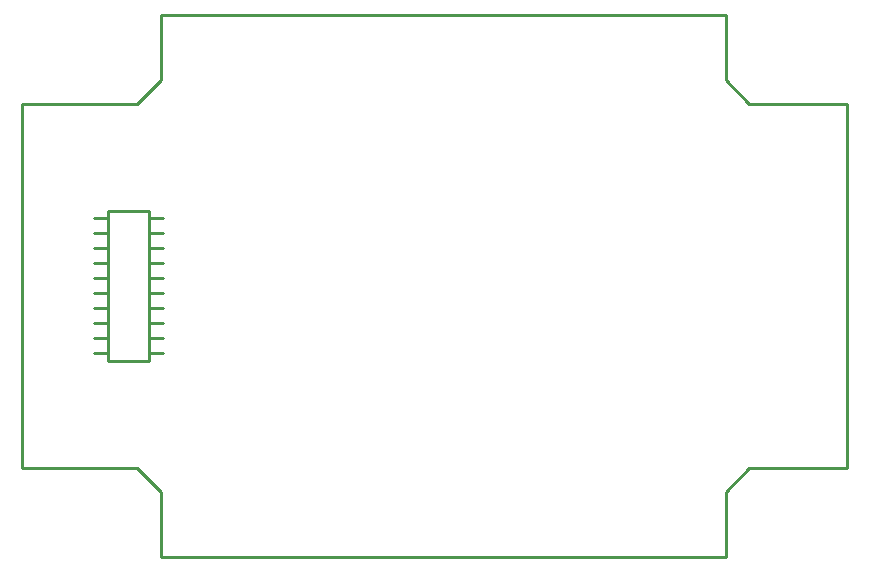
<source format=gm1>
G04 Layer_Color=16711935*
%FSLAX25Y25*%
%MOIN*%
G70*
G01*
G75*
%ADD11C,0.01000*%
D11*
X24004Y-17500D02*
X28748D01*
X24004Y-22500D02*
X28748D01*
X42252Y-17500D02*
X46996D01*
X42252Y-22500D02*
X46996D01*
X42252Y-12500D02*
X46996D01*
X42252Y-7500D02*
X46996D01*
X42252Y-2500D02*
X46996D01*
X42252Y2500D02*
X46996D01*
X42252Y7500D02*
X46996D01*
X42252Y12500D02*
X46996D01*
X42252Y17500D02*
X46996D01*
X42252Y22500D02*
X46996D01*
X24004Y-12500D02*
X28748D01*
X24004Y-7500D02*
X28748D01*
X24004Y-2500D02*
X28748D01*
X24004Y2500D02*
X28748D01*
X24004Y7500D02*
X28748D01*
X24004Y12500D02*
X28748D01*
X24004Y17500D02*
X28748D01*
X24004Y22500D02*
X28748D01*
Y25000D02*
X42252D01*
X28748Y-25000D02*
Y25000D01*
Y-25000D02*
X42252D01*
Y25000D01*
X0Y-60800D02*
X38400D01*
X46200Y-68600D01*
X0Y0D02*
Y60800D01*
X38400D01*
X46200Y68600D01*
Y90300D01*
X234500D01*
Y68600D02*
Y90300D01*
Y68600D02*
X242300Y60800D01*
X274800D01*
Y-60800D02*
Y60800D01*
X242300Y-60800D02*
X274800D01*
X234500Y-68600D02*
X242300Y-60800D01*
X234500Y-90300D02*
Y-68600D01*
X46200Y-90300D02*
X234500D01*
X46200D02*
Y-68600D01*
X0Y-60800D02*
Y0D01*
M02*

</source>
